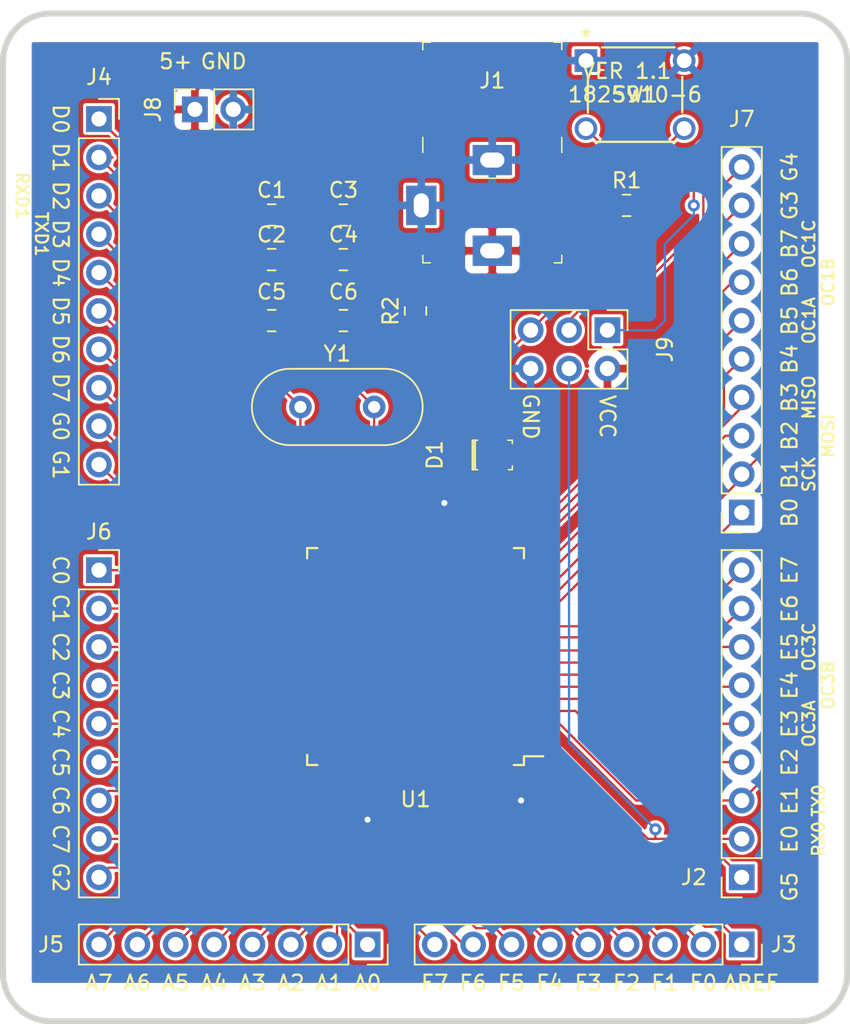
<source format=kicad_pcb>
(kicad_pcb (version 20171130) (host pcbnew "(5.1.6)-1")
  (layers (0 F.Cu signal) (31 B.Cu signal) (34 B.Paste user) (35 F.Paste user) (36 B.SilkS user) (37 F.SilkS user) (38 B.Mask user) (39 F.Mask user) (44 Edge.Cuts user))
  (net 0 "")
  (net 1 GND)
  (net 2 +5V)
  (net 3 "Net-(J2-Pad9)")
  (net 4 "Net-(J2-Pad8)")
  (net 5 "Net-(J2-Pad7)")
  (net 6 "Net-(J2-Pad6)")
  (net 7 "Net-(J2-Pad5)")
  (net 8 "Net-(J2-Pad4)")
  (net 9 "Net-(J3-Pad8)")
  (net 10 "Net-(J3-Pad7)")
  (net 11 "Net-(J3-Pad6)")
  (net 12 "Net-(J3-Pad5)")
  (net 13 "Net-(J3-Pad4)")
  (net 14 "Net-(J3-Pad3)")
  (net 15 "Net-(J3-Pad2)")
  (net 16 "Net-(J4-Pad8)")
  (net 17 "Net-(J4-Pad7)")
  (net 18 "Net-(J4-Pad6)")
  (net 19 "Net-(J4-Pad5)")
  (net 20 "Net-(J4-Pad4)")
  (net 21 "Net-(J4-Pad3)")
  (net 22 "Net-(J4-Pad2)")
  (net 23 "Net-(J4-Pad1)")
  (net 24 "Net-(J5-Pad8)")
  (net 25 "Net-(J5-Pad7)")
  (net 26 "Net-(J5-Pad6)")
  (net 27 "Net-(J5-Pad5)")
  (net 28 "Net-(J5-Pad4)")
  (net 29 "Net-(J5-Pad3)")
  (net 30 "Net-(J5-Pad2)")
  (net 31 "Net-(J5-Pad1)")
  (net 32 "Net-(J6-Pad8)")
  (net 33 "Net-(J6-Pad7)")
  (net 34 "Net-(J6-Pad6)")
  (net 35 "Net-(J6-Pad5)")
  (net 36 "Net-(J6-Pad4)")
  (net 37 "Net-(J6-Pad3)")
  (net 38 "Net-(J6-Pad2)")
  (net 39 "Net-(J6-Pad1)")
  (net 40 "Net-(J7-Pad8)")
  (net 41 "Net-(J7-Pad7)")
  (net 42 "Net-(J7-Pad6)")
  (net 43 "Net-(J7-Pad5)")
  (net 44 "Net-(J7-Pad4)")
  (net 45 "Net-(J7-Pad3)")
  (net 46 "Net-(J7-Pad1)")
  (net 47 SCK)
  (net 48 "Net-(J3-Pad9)")
  (net 49 PG2)
  (net 50 PG1)
  (net 51 PG0)
  (net 52 PG4)
  (net 53 PG3)
  (net 54 "Net-(J2-Pad1)")
  (net 55 PDO)
  (net 56 PDI)
  (net 57 "Net-(C5-Pad1)")
  (net 58 "Net-(C6-Pad1)")
  (net 59 AREF)
  (net 60 Reset)
  (net 61 "Net-(R1-Pad2)")
  (module footprints:1825910-6 (layer F.Cu) (at 154.94 40.64)
    (fp_text reference SW1 (at -3.25 -2.250001) (layer F.SilkS))
    (fp_text value 1825910-6 (at -3.25 -2.250001) (layer F.SilkS))
    (fp_text user * (at -6.5 -6.011301) (layer F.SilkS))
    (fp_text user * (at -6.5 -6.011301) (layer F.SilkS))
    (pad 2 thru_hole circle (at 0.000001 -4.500001) (size 1.4986 1.4986) (drill 0.9906) (layers *.Cu *.Mask) (net 1 GND))
    (pad 4 thru_hole circle (at 0.000001 0) (size 1.4986 1.4986) (drill 0.9906) (layers *.Cu *.Mask) (net 61 "Net-(R1-Pad2)"))
    (pad 3 thru_hole circle (at -6.500001 0) (size 1.4986 1.4986) (drill 0.9906) (layers *.Cu *.Mask) (net 61 "Net-(R1-Pad2)"))
    (pad 1 thru_hole rect (at -6.500001 -4.500001) (size 1.4986 1.4986) (drill 0.9906) (layers *.Cu *.Mask) (net 1 GND))
  )
  (module Resistor_SMD:R_0805_2012Metric_Pad1.15x1.40mm_HandSolder (layer F.Cu) (at 151.13 45.72)
    (fp_text reference R1 (at 0 -1.65) (layer F.SilkS))
    (fp_text value 330)
    (pad 2 smd roundrect (at 1.025 0) (size 1.15 1.4) (layers F.Cu F.Paste F.Mask) (roundrect_rratio 0.217391) (net 61 "Net-(R1-Pad2)"))
    (pad 1 smd roundrect (at -1.025 0) (size 1.15 1.4) (layers F.Cu F.Paste F.Mask) (roundrect_rratio 0.217391) (net 60 Reset))
  )
  (module Connector_PinHeader_2.54mm:PinHeader_2x03_P2.54mm_Vertical (layer F.Cu) (at 149.86 53.975 270)
    (fp_text reference J9 (at 1.27 -3.81 90) (layer F.SilkS))
    (fp_text value AVR-ISP-6)
    (pad 6 thru_hole oval (at 2.54 5.08 270) (size 1.7 1.7) (drill 1) (layers *.Cu *.Mask) (net 1 GND))
    (pad 5 thru_hole oval (at 0 5.08 270) (size 1.7 1.7) (drill 1) (layers *.Cu *.Mask) (net 60 Reset))
    (pad 4 thru_hole oval (at 2.54 2.54 270) (size 1.7 1.7) (drill 1) (layers *.Cu *.Mask) (net 56 PDI))
    (pad 3 thru_hole oval (at 0 2.54 270) (size 1.7 1.7) (drill 1) (layers *.Cu *.Mask) (net 47 SCK))
    (pad 2 thru_hole oval (at 2.54 0 270) (size 1.7 1.7) (drill 1) (layers *.Cu *.Mask) (net 2 +5V))
    (pad 1 thru_hole rect (at 0 0 270) (size 1.7 1.7) (drill 1) (layers *.Cu *.Mask) (net 55 PDO))
  )
  (module digikey-footprints:Barrel_Jack_5.5mmODx2.1mmID_PJ-102A (layer F.Cu) (at 142.24 45.72)
    (fp_text reference J1 (at 0 -8.255) (layer F.SilkS))
    (fp_text value PJ-102A)
    (pad 2 thru_hole rect (at 0 -3) (size 2.6 2) (drill oval 1.6 1) (layers *.Cu *.Mask) (net 1 GND))
    (pad 1 thru_hole rect (at 0 3) (size 2.6 2) (drill oval 1.6 1) (layers *.Cu *.Mask) (net 2 +5V))
    (pad 3 thru_hole rect (at -4.7 0) (size 2 2.6) (drill oval 1 1.6) (layers *.Cu *.Mask) (net 1 GND))
  )
  (module Package_QFP:TQFP-64_14x14mm_P0.8mm (layer F.Cu) (at 137.16 75.565 180)
    (fp_text reference U1 (at 0 -9.45) (layer F.SilkS))
    (fp_text value ATmega1281-16AU)
    (pad 64 smd rect (at -6 -7.7 270) (size 1.5 0.55) (layers F.Cu F.Paste F.Mask) (net 2 +5V))
    (pad 63 smd rect (at -5.2 -7.7 270) (size 1.5 0.55) (layers F.Cu F.Paste F.Mask) (net 1 GND))
    (pad 62 smd rect (at -4.4 -7.7 270) (size 1.5 0.55) (layers F.Cu F.Paste F.Mask) (net 59 AREF))
    (pad 61 smd rect (at -3.6 -7.7 270) (size 1.5 0.55) (layers F.Cu F.Paste F.Mask) (net 15 "Net-(J3-Pad2)"))
    (pad 60 smd rect (at -2.8 -7.7 270) (size 1.5 0.55) (layers F.Cu F.Paste F.Mask) (net 14 "Net-(J3-Pad3)"))
    (pad 59 smd rect (at -2 -7.7 270) (size 1.5 0.55) (layers F.Cu F.Paste F.Mask) (net 13 "Net-(J3-Pad4)"))
    (pad 58 smd rect (at -1.2 -7.7 270) (size 1.5 0.55) (layers F.Cu F.Paste F.Mask) (net 12 "Net-(J3-Pad5)"))
    (pad 57 smd rect (at -0.4 -7.7 270) (size 1.5 0.55) (layers F.Cu F.Paste F.Mask) (net 11 "Net-(J3-Pad6)"))
    (pad 56 smd rect (at 0.4 -7.7 270) (size 1.5 0.55) (layers F.Cu F.Paste F.Mask) (net 10 "Net-(J3-Pad7)"))
    (pad 55 smd rect (at 1.2 -7.7 270) (size 1.5 0.55) (layers F.Cu F.Paste F.Mask) (net 9 "Net-(J3-Pad8)"))
    (pad 54 smd rect (at 2 -7.7 270) (size 1.5 0.55) (layers F.Cu F.Paste F.Mask) (net 48 "Net-(J3-Pad9)"))
    (pad 53 smd rect (at 2.8 -7.7 270) (size 1.5 0.55) (layers F.Cu F.Paste F.Mask) (net 1 GND))
    (pad 52 smd rect (at 3.6 -7.7 270) (size 1.5 0.55) (layers F.Cu F.Paste F.Mask) (net 2 +5V))
    (pad 51 smd rect (at 4.4 -7.7 270) (size 1.5 0.55) (layers F.Cu F.Paste F.Mask) (net 31 "Net-(J5-Pad1)"))
    (pad 50 smd rect (at 5.2 -7.7 270) (size 1.5 0.55) (layers F.Cu F.Paste F.Mask) (net 30 "Net-(J5-Pad2)"))
    (pad 49 smd rect (at 6 -7.7 270) (size 1.5 0.55) (layers F.Cu F.Paste F.Mask) (net 29 "Net-(J5-Pad3)"))
    (pad 48 smd rect (at 7.7 -6 180) (size 1.5 0.55) (layers F.Cu F.Paste F.Mask) (net 28 "Net-(J5-Pad4)"))
    (pad 47 smd rect (at 7.7 -5.2 180) (size 1.5 0.55) (layers F.Cu F.Paste F.Mask) (net 27 "Net-(J5-Pad5)"))
    (pad 46 smd rect (at 7.7 -4.4 180) (size 1.5 0.55) (layers F.Cu F.Paste F.Mask) (net 26 "Net-(J5-Pad6)"))
    (pad 45 smd rect (at 7.7 -3.6 180) (size 1.5 0.55) (layers F.Cu F.Paste F.Mask) (net 25 "Net-(J5-Pad7)"))
    (pad 44 smd rect (at 7.7 -2.8 180) (size 1.5 0.55) (layers F.Cu F.Paste F.Mask) (net 24 "Net-(J5-Pad8)"))
    (pad 43 smd rect (at 7.7 -2 180) (size 1.5 0.55) (layers F.Cu F.Paste F.Mask) (net 49 PG2))
    (pad 42 smd rect (at 7.7 -1.2 180) (size 1.5 0.55) (layers F.Cu F.Paste F.Mask) (net 32 "Net-(J6-Pad8)"))
    (pad 41 smd rect (at 7.7 -0.4 180) (size 1.5 0.55) (layers F.Cu F.Paste F.Mask) (net 33 "Net-(J6-Pad7)"))
    (pad 40 smd rect (at 7.7 0.4 180) (size 1.5 0.55) (layers F.Cu F.Paste F.Mask) (net 34 "Net-(J6-Pad6)"))
    (pad 39 smd rect (at 7.7 1.2 180) (size 1.5 0.55) (layers F.Cu F.Paste F.Mask) (net 35 "Net-(J6-Pad5)"))
    (pad 38 smd rect (at 7.7 2 180) (size 1.5 0.55) (layers F.Cu F.Paste F.Mask) (net 36 "Net-(J6-Pad4)"))
    (pad 37 smd rect (at 7.7 2.8 180) (size 1.5 0.55) (layers F.Cu F.Paste F.Mask) (net 37 "Net-(J6-Pad3)"))
    (pad 36 smd rect (at 7.7 3.6 180) (size 1.5 0.55) (layers F.Cu F.Paste F.Mask) (net 38 "Net-(J6-Pad2)"))
    (pad 35 smd rect (at 7.7 4.4 180) (size 1.5 0.55) (layers F.Cu F.Paste F.Mask) (net 39 "Net-(J6-Pad1)"))
    (pad 34 smd rect (at 7.7 5.2 180) (size 1.5 0.55) (layers F.Cu F.Paste F.Mask) (net 50 PG1))
    (pad 33 smd rect (at 7.7 6 180) (size 1.5 0.55) (layers F.Cu F.Paste F.Mask) (net 51 PG0))
    (pad 32 smd rect (at 6 7.7 270) (size 1.5 0.55) (layers F.Cu F.Paste F.Mask) (net 16 "Net-(J4-Pad8)"))
    (pad 31 smd rect (at 5.2 7.7 270) (size 1.5 0.55) (layers F.Cu F.Paste F.Mask) (net 17 "Net-(J4-Pad7)"))
    (pad 30 smd rect (at 4.4 7.7 270) (size 1.5 0.55) (layers F.Cu F.Paste F.Mask) (net 18 "Net-(J4-Pad6)"))
    (pad 29 smd rect (at 3.6 7.7 270) (size 1.5 0.55) (layers F.Cu F.Paste F.Mask) (net 19 "Net-(J4-Pad5)"))
    (pad 28 smd rect (at 2.8 7.7 270) (size 1.5 0.55) (layers F.Cu F.Paste F.Mask) (net 20 "Net-(J4-Pad4)"))
    (pad 27 smd rect (at 2 7.7 270) (size 1.5 0.55) (layers F.Cu F.Paste F.Mask) (net 21 "Net-(J4-Pad3)"))
    (pad 26 smd rect (at 1.2 7.7 270) (size 1.5 0.55) (layers F.Cu F.Paste F.Mask) (net 22 "Net-(J4-Pad2)"))
    (pad 25 smd rect (at 0.4 7.7 270) (size 1.5 0.55) (layers F.Cu F.Paste F.Mask) (net 23 "Net-(J4-Pad1)"))
    (pad 24 smd rect (at -0.4 7.7 270) (size 1.5 0.55) (layers F.Cu F.Paste F.Mask) (net 57 "Net-(C5-Pad1)"))
    (pad 23 smd rect (at -1.2 7.7 270) (size 1.5 0.55) (layers F.Cu F.Paste F.Mask) (net 58 "Net-(C6-Pad1)"))
    (pad 22 smd rect (at -2 7.7 270) (size 1.5 0.55) (layers F.Cu F.Paste F.Mask) (net 1 GND))
    (pad 21 smd rect (at -2.8 7.7 270) (size 1.5 0.55) (layers F.Cu F.Paste F.Mask) (net 2 +5V))
    (pad 20 smd rect (at -3.6 7.7 270) (size 1.5 0.55) (layers F.Cu F.Paste F.Mask) (net 60 Reset))
    (pad 19 smd rect (at -4.4 7.7 270) (size 1.5 0.55) (layers F.Cu F.Paste F.Mask) (net 52 PG4))
    (pad 18 smd rect (at -5.2 7.7 270) (size 1.5 0.55) (layers F.Cu F.Paste F.Mask) (net 53 PG3))
    (pad 17 smd rect (at -6 7.7 270) (size 1.5 0.55) (layers F.Cu F.Paste F.Mask) (net 40 "Net-(J7-Pad8)"))
    (pad 16 smd rect (at -7.7 6 180) (size 1.5 0.55) (layers F.Cu F.Paste F.Mask) (net 41 "Net-(J7-Pad7)"))
    (pad 15 smd rect (at -7.7 5.2 180) (size 1.5 0.55) (layers F.Cu F.Paste F.Mask) (net 42 "Net-(J7-Pad6)"))
    (pad 14 smd rect (at -7.7 4.4 180) (size 1.5 0.55) (layers F.Cu F.Paste F.Mask) (net 43 "Net-(J7-Pad5)"))
    (pad 13 smd rect (at -7.7 3.6 180) (size 1.5 0.55) (layers F.Cu F.Paste F.Mask) (net 44 "Net-(J7-Pad4)"))
    (pad 12 smd rect (at -7.7 2.8 180) (size 1.5 0.55) (layers F.Cu F.Paste F.Mask) (net 45 "Net-(J7-Pad3)"))
    (pad 11 smd rect (at -7.7 2 180) (size 1.5 0.55) (layers F.Cu F.Paste F.Mask) (net 47 SCK))
    (pad 10 smd rect (at -7.7 1.2 180) (size 1.5 0.55) (layers F.Cu F.Paste F.Mask) (net 46 "Net-(J7-Pad1)"))
    (pad 9 smd rect (at -7.7 0.4 180) (size 1.5 0.55) (layers F.Cu F.Paste F.Mask) (net 3 "Net-(J2-Pad9)"))
    (pad 8 smd rect (at -7.7 -0.4 180) (size 1.5 0.55) (layers F.Cu F.Paste F.Mask) (net 4 "Net-(J2-Pad8)"))
    (pad 7 smd rect (at -7.7 -1.2 180) (size 1.5 0.55) (layers F.Cu F.Paste F.Mask) (net 5 "Net-(J2-Pad7)"))
    (pad 6 smd rect (at -7.7 -2 180) (size 1.5 0.55) (layers F.Cu F.Paste F.Mask) (net 6 "Net-(J2-Pad6)"))
    (pad 5 smd rect (at -7.7 -2.8 180) (size 1.5 0.55) (layers F.Cu F.Paste F.Mask) (net 7 "Net-(J2-Pad5)"))
    (pad 4 smd rect (at -7.7 -3.6 180) (size 1.5 0.55) (layers F.Cu F.Paste F.Mask) (net 8 "Net-(J2-Pad4)"))
    (pad 3 smd rect (at -7.7 -4.4 180) (size 1.5 0.55) (layers F.Cu F.Paste F.Mask) (net 55 PDO))
    (pad 2 smd rect (at -7.7 -5.2 180) (size 1.5 0.55) (layers F.Cu F.Paste F.Mask) (net 56 PDI))
    (pad 1 smd rect (at -7.7 -6 180) (size 1.5 0.55) (layers F.Cu F.Paste F.Mask) (net 54 "Net-(J2-Pad1)"))
  )
  (module Crystal:Crystal_HC49-U_Vertical (layer F.Cu) (at 129.54 59.055)
    (fp_text reference Y1 (at 2.44 -3.525) (layer F.SilkS))
    (fp_text value Crystal)
    (pad 2 thru_hole circle (at 4.88 0) (size 1.5 1.5) (drill 0.8) (layers *.Cu *.Mask) (net 58 "Net-(C6-Pad1)"))
    (pad 1 thru_hole circle (at 0 0) (size 1.5 1.5) (drill 0.8) (layers *.Cu *.Mask) (net 57 "Net-(C5-Pad1)"))
  )
  (module Capacitor_SMD:C_0805_2012Metric_Pad1.15x1.40mm_HandSolder (layer F.Cu) (at 132.385 53.34 180)
    (fp_text reference C6 (at 0 1.905) (layer F.SilkS))
    (fp_text value 20p)
    (pad 2 smd roundrect (at 1.025 0 180) (size 1.15 1.4) (layers F.Cu F.Paste F.Mask) (roundrect_rratio 0.217391) (net 1 GND))
    (pad 1 smd roundrect (at -1.025 0 180) (size 1.15 1.4) (layers F.Cu F.Paste F.Mask) (roundrect_rratio 0.217391) (net 58 "Net-(C6-Pad1)"))
  )
  (module Capacitor_SMD:C_0805_2012Metric_Pad1.15x1.40mm_HandSolder (layer F.Cu) (at 127.635 53.34)
    (fp_text reference C5 (at 0 -1.905) (layer F.SilkS))
    (fp_text value 20p)
    (pad 2 smd roundrect (at 1.025 0) (size 1.15 1.4) (layers F.Cu F.Paste F.Mask) (roundrect_rratio 0.217391) (net 1 GND))
    (pad 1 smd roundrect (at -1.025 0) (size 1.15 1.4) (layers F.Cu F.Paste F.Mask) (roundrect_rratio 0.217391) (net 57 "Net-(C5-Pad1)"))
  )
  (module Capacitor_SMD:C_0805_2012Metric_Pad1.15x1.40mm_HandSolder (layer F.Cu) (at 132.385 49.305)
    (fp_text reference C4 (at 0 -1.65) (layer F.SilkS))
    (fp_text value 100n)
    (pad 2 smd roundrect (at 1.025 0) (size 1.15 1.4) (layers F.Cu F.Paste F.Mask) (roundrect_rratio 0.217391) (net 1 GND))
    (pad 1 smd roundrect (at -1.025 0) (size 1.15 1.4) (layers F.Cu F.Paste F.Mask) (roundrect_rratio 0.217391) (net 2 +5V))
  )
  (module Capacitor_SMD:C_0805_2012Metric_Pad1.15x1.40mm_HandSolder (layer F.Cu) (at 132.385 46.355)
    (fp_text reference C3 (at 0 -1.65) (layer F.SilkS))
    (fp_text value 100n)
    (pad 2 smd roundrect (at 1.025 0) (size 1.15 1.4) (layers F.Cu F.Paste F.Mask) (roundrect_rratio 0.217391) (net 1 GND))
    (pad 1 smd roundrect (at -1.025 0) (size 1.15 1.4) (layers F.Cu F.Paste F.Mask) (roundrect_rratio 0.217391) (net 2 +5V))
  )
  (module Capacitor_SMD:C_0805_2012Metric_Pad1.15x1.40mm_HandSolder (layer F.Cu) (at 127.635 49.305)
    (fp_text reference C2 (at 0 -1.65) (layer F.SilkS))
    (fp_text value 100n)
    (pad 2 smd roundrect (at 1.025 0) (size 1.15 1.4) (layers F.Cu F.Paste F.Mask) (roundrect_rratio 0.217391) (net 1 GND))
    (pad 1 smd roundrect (at -1.025 0) (size 1.15 1.4) (layers F.Cu F.Paste F.Mask) (roundrect_rratio 0.217391) (net 2 +5V))
  )
  (module Capacitor_SMD:C_0805_2012Metric_Pad1.15x1.40mm_HandSolder (layer F.Cu) (at 127.635 46.355)
    (fp_text reference C1 (at 0 -1.65) (layer F.SilkS))
    (fp_text value 100n)
    (pad 2 smd roundrect (at 1.025 0) (size 1.15 1.4) (layers F.Cu F.Paste F.Mask) (roundrect_rratio 0.217391) (net 1 GND))
    (pad 1 smd roundrect (at -1.025 0) (size 1.15 1.4) (layers F.Cu F.Paste F.Mask) (roundrect_rratio 0.217391) (net 2 +5V))
  )
  (module Connector_PinSocket_2.54mm:PinSocket_1x02_P2.54mm_Vertical (layer F.Cu) (at 122.555 39.37 90)
    (fp_text reference J8 (at 0 -2.77 90) (layer F.SilkS))
    (fp_text value Conn_01x02_Male)
    (pad 2 thru_hole oval (at 0 2.54 90) (size 1.7 1.7) (drill 1) (layers *.Cu *.Mask) (net 1 GND))
    (pad 1 thru_hole rect (at 0 0 90) (size 1.7 1.7) (drill 1) (layers *.Cu *.Mask) (net 2 +5V))
  )
  (module digikey-footprints:SOD-123 (layer F.Cu) (at 142.24 62.23)
    (fp_text reference D1 (at -3.81 0 -90) (layer F.SilkS))
    (fp_text value 1N5819HW-7-F)
    (pad A smd rect (at 1.575 0) (size 0.9 0.95) (layers F.Cu F.Paste F.Mask) (net 60 Reset))
    (pad K smd rect (at -1.575 0) (size 0.9 0.95) (layers F.Cu F.Paste F.Mask) (net 2 +5V))
  )
  (module Resistor_SMD:R_0805_2012Metric_Pad1.15x1.40mm_HandSolder (layer F.Cu) (at 137.16 52.705 90)
    (fp_text reference R2 (at 0 -1.65 90) (layer F.SilkS))
    (fp_text value 10k)
    (pad 2 smd roundrect (at 1.025 0 90) (size 1.15 1.4) (layers F.Cu F.Paste F.Mask) (roundrect_rratio 0.217391) (net 2 +5V))
    (pad 1 smd roundrect (at -1.025 0 90) (size 1.15 1.4) (layers F.Cu F.Paste F.Mask) (roundrect_rratio 0.217391) (net 60 Reset))
  )
  (module Connector_PinSocket_2.54mm:PinSocket_1x10_P2.54mm_Vertical (layer F.Cu) (at 158.75 66.04 180)
    (fp_text reference J7 (at 0 26.035 180) (layer F.SilkS))
    (fp_text value Conn_01x10_Male)
    (pad 10 thru_hole oval (at 0 22.86 180) (size 1.7 1.7) (drill 1) (layers *.Cu *.Mask) (net 52 PG4))
    (pad 9 thru_hole oval (at 0 20.32 180) (size 1.7 1.7) (drill 1) (layers *.Cu *.Mask) (net 53 PG3))
    (pad 8 thru_hole oval (at 0 17.78 180) (size 1.7 1.7) (drill 1) (layers *.Cu *.Mask) (net 40 "Net-(J7-Pad8)"))
    (pad 7 thru_hole oval (at 0 15.24 180) (size 1.7 1.7) (drill 1) (layers *.Cu *.Mask) (net 41 "Net-(J7-Pad7)"))
    (pad 6 thru_hole oval (at 0 12.7 180) (size 1.7 1.7) (drill 1) (layers *.Cu *.Mask) (net 42 "Net-(J7-Pad6)"))
    (pad 5 thru_hole oval (at 0 10.16 180) (size 1.7 1.7) (drill 1) (layers *.Cu *.Mask) (net 43 "Net-(J7-Pad5)"))
    (pad 4 thru_hole oval (at 0 7.62 180) (size 1.7 1.7) (drill 1) (layers *.Cu *.Mask) (net 44 "Net-(J7-Pad4)"))
    (pad 3 thru_hole oval (at 0 5.08 180) (size 1.7 1.7) (drill 1) (layers *.Cu *.Mask) (net 45 "Net-(J7-Pad3)"))
    (pad 2 thru_hole oval (at 0 2.54 180) (size 1.7 1.7) (drill 1) (layers *.Cu *.Mask) (net 47 SCK))
    (pad 1 thru_hole rect (at 0 0 180) (size 1.7 1.7) (drill 1) (layers *.Cu *.Mask) (net 46 "Net-(J7-Pad1)"))
  )
  (module Connector_PinSocket_2.54mm:PinSocket_1x09_P2.54mm_Vertical (layer F.Cu) (at 116.205 69.85)
    (fp_text reference J6 (at 0 -2.54) (layer F.SilkS))
    (fp_text value Conn_01x09_Male)
    (pad 9 thru_hole oval (at 0 20.32) (size 1.7 1.7) (drill 1) (layers *.Cu *.Mask) (net 49 PG2))
    (pad 8 thru_hole oval (at 0 17.78) (size 1.7 1.7) (drill 1) (layers *.Cu *.Mask) (net 32 "Net-(J6-Pad8)"))
    (pad 7 thru_hole oval (at 0 15.24) (size 1.7 1.7) (drill 1) (layers *.Cu *.Mask) (net 33 "Net-(J6-Pad7)"))
    (pad 6 thru_hole oval (at 0 12.7) (size 1.7 1.7) (drill 1) (layers *.Cu *.Mask) (net 34 "Net-(J6-Pad6)"))
    (pad 5 thru_hole oval (at 0 10.16) (size 1.7 1.7) (drill 1) (layers *.Cu *.Mask) (net 35 "Net-(J6-Pad5)"))
    (pad 4 thru_hole oval (at 0 7.62) (size 1.7 1.7) (drill 1) (layers *.Cu *.Mask) (net 36 "Net-(J6-Pad4)"))
    (pad 3 thru_hole oval (at 0 5.08) (size 1.7 1.7) (drill 1) (layers *.Cu *.Mask) (net 37 "Net-(J6-Pad3)"))
    (pad 2 thru_hole oval (at 0 2.54) (size 1.7 1.7) (drill 1) (layers *.Cu *.Mask) (net 38 "Net-(J6-Pad2)"))
    (pad 1 thru_hole rect (at 0 0) (size 1.7 1.7) (drill 1) (layers *.Cu *.Mask) (net 39 "Net-(J6-Pad1)"))
  )
  (module Connector_PinSocket_2.54mm:PinSocket_1x08_P2.54mm_Vertical (layer F.Cu) (at 133.985 94.615 270)
    (fp_text reference J5 (at 0 20.955) (layer F.SilkS))
    (fp_text value Conn_01x08_Male)
    (pad 8 thru_hole oval (at 0 17.78 270) (size 1.7 1.7) (drill 1) (layers *.Cu *.Mask) (net 24 "Net-(J5-Pad8)"))
    (pad 7 thru_hole oval (at 0 15.24 270) (size 1.7 1.7) (drill 1) (layers *.Cu *.Mask) (net 25 "Net-(J5-Pad7)"))
    (pad 6 thru_hole oval (at 0 12.7 270) (size 1.7 1.7) (drill 1) (layers *.Cu *.Mask) (net 26 "Net-(J5-Pad6)"))
    (pad 5 thru_hole oval (at 0 10.16 270) (size 1.7 1.7) (drill 1) (layers *.Cu *.Mask) (net 27 "Net-(J5-Pad5)"))
    (pad 4 thru_hole oval (at 0 7.62 270) (size 1.7 1.7) (drill 1) (layers *.Cu *.Mask) (net 28 "Net-(J5-Pad4)"))
    (pad 3 thru_hole oval (at 0 5.08 270) (size 1.7 1.7) (drill 1) (layers *.Cu *.Mask) (net 29 "Net-(J5-Pad3)"))
    (pad 2 thru_hole oval (at 0 2.54 270) (size 1.7 1.7) (drill 1) (layers *.Cu *.Mask) (net 30 "Net-(J5-Pad2)"))
    (pad 1 thru_hole rect (at 0 0 270) (size 1.7 1.7) (drill 1) (layers *.Cu *.Mask) (net 31 "Net-(J5-Pad1)"))
  )
  (module Connector_PinSocket_2.54mm:PinSocket_1x10_P2.54mm_Vertical (layer F.Cu) (at 116.205 40.005)
    (fp_text reference J4 (at 0 -2.77) (layer F.SilkS))
    (fp_text value Conn_01x10_Male)
    (pad 10 thru_hole oval (at 0 22.86) (size 1.7 1.7) (drill 1) (layers *.Cu *.Mask) (net 50 PG1))
    (pad 9 thru_hole oval (at 0 20.32) (size 1.7 1.7) (drill 1) (layers *.Cu *.Mask) (net 51 PG0))
    (pad 8 thru_hole oval (at 0 17.78) (size 1.7 1.7) (drill 1) (layers *.Cu *.Mask) (net 16 "Net-(J4-Pad8)"))
    (pad 7 thru_hole oval (at 0 15.24) (size 1.7 1.7) (drill 1) (layers *.Cu *.Mask) (net 17 "Net-(J4-Pad7)"))
    (pad 6 thru_hole oval (at 0 12.7) (size 1.7 1.7) (drill 1) (layers *.Cu *.Mask) (net 18 "Net-(J4-Pad6)"))
    (pad 5 thru_hole oval (at 0 10.16) (size 1.7 1.7) (drill 1) (layers *.Cu *.Mask) (net 19 "Net-(J4-Pad5)"))
    (pad 4 thru_hole oval (at 0 7.62) (size 1.7 1.7) (drill 1) (layers *.Cu *.Mask) (net 20 "Net-(J4-Pad4)"))
    (pad 3 thru_hole oval (at 0 5.08) (size 1.7 1.7) (drill 1) (layers *.Cu *.Mask) (net 21 "Net-(J4-Pad3)"))
    (pad 2 thru_hole oval (at 0 2.54) (size 1.7 1.7) (drill 1) (layers *.Cu *.Mask) (net 22 "Net-(J4-Pad2)"))
    (pad 1 thru_hole rect (at 0 0) (size 1.7 1.7) (drill 1) (layers *.Cu *.Mask) (net 23 "Net-(J4-Pad1)"))
  )
  (module Connector_PinSocket_2.54mm:PinSocket_1x09_P2.54mm_Vertical (layer F.Cu) (at 158.75 94.615 270)
    (fp_text reference J3 (at 0 -2.77 180) (layer F.SilkS))
    (fp_text value Conn_01x09_Male)
    (pad 9 thru_hole oval (at 0 20.32 270) (size 1.7 1.7) (drill 1) (layers *.Cu *.Mask) (net 48 "Net-(J3-Pad9)"))
    (pad 8 thru_hole oval (at 0 17.78 270) (size 1.7 1.7) (drill 1) (layers *.Cu *.Mask) (net 9 "Net-(J3-Pad8)"))
    (pad 7 thru_hole oval (at 0 15.24 270) (size 1.7 1.7) (drill 1) (layers *.Cu *.Mask) (net 10 "Net-(J3-Pad7)"))
    (pad 6 thru_hole oval (at 0 12.7 270) (size 1.7 1.7) (drill 1) (layers *.Cu *.Mask) (net 11 "Net-(J3-Pad6)"))
    (pad 5 thru_hole oval (at 0 10.16 270) (size 1.7 1.7) (drill 1) (layers *.Cu *.Mask) (net 12 "Net-(J3-Pad5)"))
    (pad 4 thru_hole oval (at 0 7.62 270) (size 1.7 1.7) (drill 1) (layers *.Cu *.Mask) (net 13 "Net-(J3-Pad4)"))
    (pad 3 thru_hole oval (at 0 5.08 270) (size 1.7 1.7) (drill 1) (layers *.Cu *.Mask) (net 14 "Net-(J3-Pad3)"))
    (pad 2 thru_hole oval (at 0 2.54 270) (size 1.7 1.7) (drill 1) (layers *.Cu *.Mask) (net 15 "Net-(J3-Pad2)"))
    (pad 1 thru_hole rect (at 0 0 270) (size 1.7 1.7) (drill 1) (layers *.Cu *.Mask) (net 59 AREF))
  )
  (module Connector_PinSocket_2.54mm:PinSocket_1x09_P2.54mm_Vertical (layer F.Cu) (at 158.75 90.17 180)
    (fp_text reference J2 (at 3.175 0 180) (layer F.SilkS))
    (fp_text value Conn_01x09_Male)
    (pad 9 thru_hole oval (at 0 20.32 180) (size 1.7 1.7) (drill 1) (layers *.Cu *.Mask) (net 3 "Net-(J2-Pad9)"))
    (pad 8 thru_hole oval (at 0 17.78 180) (size 1.7 1.7) (drill 1) (layers *.Cu *.Mask) (net 4 "Net-(J2-Pad8)"))
    (pad 7 thru_hole oval (at 0 15.24 180) (size 1.7 1.7) (drill 1) (layers *.Cu *.Mask) (net 5 "Net-(J2-Pad7)"))
    (pad 6 thru_hole oval (at 0 12.7 180) (size 1.7 1.7) (drill 1) (layers *.Cu *.Mask) (net 6 "Net-(J2-Pad6)"))
    (pad 5 thru_hole oval (at 0 10.16 180) (size 1.7 1.7) (drill 1) (layers *.Cu *.Mask) (net 7 "Net-(J2-Pad5)"))
    (pad 4 thru_hole oval (at 0 7.62 180) (size 1.7 1.7) (drill 1) (layers *.Cu *.Mask) (net 8 "Net-(J2-Pad4)"))
    (pad 3 thru_hole oval (at 0 5.08 180) (size 1.7 1.7) (drill 1) (layers *.Cu *.Mask) (net 55 PDO))
    (pad 2 thru_hole oval (at 0 2.54 180) (size 1.7 1.7) (drill 1) (layers *.Cu *.Mask) (net 56 PDI))
    (pad 1 thru_hole rect (at 0 0 180) (size 1.7 1.7) (drill 1) (layers *.Cu *.Mask) (net 54 "Net-(J2-Pad1)"))
  )
  (gr_text TXD1 (at 112.395 47.625 270) (layer F.SilkS) (effects (font (size 0.8 0.8))))
  (gr_text RXD1 (at 111.125 45.085 270) (layer F.SilkS) (effects (font (size 0.8 0.8))))
  (gr_text OC1C (at 163.195 48.26 90) (layer F.SilkS) (effects (font (size 0.8 0.8))))
  (gr_text OC1B (at 164.465 50.8 90) (layer F.SilkS) (effects (font (size 0.8 0.8))))
  (gr_text OC1A (at 163.195 53.34 90) (layer F.SilkS) (effects (font (size 0.8 0.8))))
  (gr_text OC3C (at 163.195 74.93 90) (layer F.SilkS) (effects (font (size 0.8 0.8))))
  (gr_text OC3B (at 164.465 77.47 90) (layer F.SilkS) (effects (font (size 0.8 0.8))))
  (gr_text OC3A (at 163.195 80.01 90) (layer F.SilkS) (effects (font (size 0.8 0.8))))
  (gr_text MISO (at 163.195 58.42 90) (layer F.SilkS) (effects (font (size 0.8 0.8))))
  (gr_text MOSI (at 164.465 60.96 90) (layer F.SilkS) (effects (font (size 0.8 0.8))))
  (gr_text SCK (at 163.195 63.5 90) (layer F.SilkS) (effects (font (size 0.8 0.8))))
  (gr_text D6 (at 113.665 55.245 270) (layer F.SilkS) (effects (font (size 1 1))))
  (gr_text D5 (at 113.665 52.705 270) (layer F.SilkS) (effects (font (size 1 1))))
  (gr_text D4 (at 113.665 50.165 270) (layer F.SilkS) (effects (font (size 1 1))))
  (gr_text D3 (at 113.665 47.625 270) (layer F.SilkS) (effects (font (size 1 1))))
  (gr_text D2 (at 113.665 45.085 270) (layer F.SilkS) (effects (font (size 1 1))))
  (gr_text D1 (at 113.665 42.545 270) (layer F.SilkS) (effects (font (size 1 1))))
  (gr_text B6 (at 161.925 50.8 90) (layer F.SilkS) (effects (font (size 1 1))))
  (gr_text B5 (at 161.925 53.34 90) (layer F.SilkS) (effects (font (size 1 1))))
  (gr_text B4 (at 161.925 55.88 90) (layer F.SilkS) (effects (font (size 1 1))))
  (gr_text B3 (at 161.925 58.42 90) (layer F.SilkS) (effects (font (size 1 1))))
  (gr_text B2 (at 161.925 60.96 90) (layer F.SilkS) (effects (font (size 1 1))))
  (gr_text B1 (at 161.925 63.5 90) (layer F.SilkS) (effects (font (size 1 1))))
  (gr_text C6 (at 113.665 85.09 270) (layer F.SilkS) (effects (font (size 1 1))))
  (gr_text C5 (at 113.665 82.55 270) (layer F.SilkS) (effects (font (size 1 1))))
  (gr_text C4 (at 113.665 80.01 270) (layer F.SilkS) (effects (font (size 1 1))))
  (gr_text C3 (at 113.665 77.47 270) (layer F.SilkS) (effects (font (size 1 1))))
  (gr_text C2 (at 113.665 74.93 270) (layer F.SilkS) (effects (font (size 1 1))))
  (gr_text C1 (at 113.665 72.39 270) (layer F.SilkS) (effects (font (size 1 1))))
  (gr_text F1 (at 153.67 97.155) (layer F.SilkS) (effects (font (size 1 1))))
  (gr_text F2 (at 151.13 97.155) (layer F.SilkS) (effects (font (size 1 1))))
  (gr_text F3 (at 148.59 97.155) (layer F.SilkS) (effects (font (size 1 1))))
  (gr_text F4 (at 146.05 97.155) (layer F.SilkS) (effects (font (size 1 1))))
  (gr_text F5 (at 143.51 97.155) (layer F.SilkS) (effects (font (size 1 1))))
  (gr_text F6 (at 140.97 97.155) (layer F.SilkS) (effects (font (size 1 1))))
  (gr_text A1 (at 131.445 97.155) (layer F.SilkS) (effects (font (size 1 1))))
  (gr_text A2 (at 128.905 97.155) (layer F.SilkS) (effects (font (size 1 1))))
  (gr_text A3 (at 126.365 97.155) (layer F.SilkS) (effects (font (size 1 1))))
  (gr_text "A4\n" (at 123.825 97.155) (layer F.SilkS) (effects (font (size 1 1))))
  (gr_text A5 (at 121.285 97.155) (layer F.SilkS) (effects (font (size 1 1))))
  (gr_text A6 (at 118.745 97.155) (layer F.SilkS) (effects (font (size 1 1))))
  (gr_text E6 (at 161.925 72.39 90) (layer F.SilkS) (effects (font (size 1 1))))
  (gr_text E5 (at 161.925 74.93 90) (layer F.SilkS) (effects (font (size 1 1))))
  (gr_text "E4\n" (at 161.925 77.47 90) (layer F.SilkS) (effects (font (size 1 1))))
  (gr_text "E3\n" (at 161.925 80.01 90) (layer F.SilkS) (effects (font (size 1 1))))
  (gr_text E2 (at 161.925 82.55 90) (layer F.SilkS) (effects (font (size 1 1))))
  (gr_text E1 (at 161.925 85.09 90) (layer F.SilkS) (effects (font (size 1 1))))
  (gr_text TX0 (at 163.83 85.09 90) (layer F.SilkS) (effects (font (size 0.8 0.8))))
  (gr_text "RX0\n" (at 163.83 87.63 90) (layer F.SilkS) (effects (font (size 0.8 0.8))))
  (gr_text "A0\n" (at 133.985 97.155) (layer F.SilkS) (effects (font (size 1 1))))
  (gr_text "A7\n" (at 116.205 97.155) (layer F.SilkS) (effects (font (size 1 1))))
  (gr_text "GND\n" (at 144.78 59.69 270) (layer F.SilkS) (effects (font (size 1 1))))
  (gr_text "VCC\n" (at 149.86 59.69 270) (layer F.SilkS) (effects (font (size 1 1))))
  (gr_text "VER 1.1\n" (at 151.13 36.83) (layer F.SilkS) (effects (font (size 1 1))))
  (gr_line (start 162.56 33.02) (end 113.03 33.02) (layer Edge.Cuts) (width 0.4))
  (gr_arc (start 162.56 96.52) (end 162.56 99.695) (angle -90) (layer Edge.Cuts) (width 0.4))
  (gr_arc (start 113.03 96.52) (end 109.855 96.52) (angle -90) (layer Edge.Cuts) (width 0.4))
  (gr_arc (start 113.03 36.195) (end 113.03 33.02) (angle -90) (layer Edge.Cuts) (width 0.4))
  (gr_arc (start 162.56 36.195) (end 165.735 36.195) (angle -90) (layer Edge.Cuts) (width 0.4))
  (gr_line (start 113.03 99.695) (end 162.56 99.695) (layer Edge.Cuts) (width 0.4))
  (gr_text "5+\n" (at 121.285 36.195) (layer F.SilkS) (effects (font (size 1 1))))
  (gr_text "GND\n" (at 124.46 36.195) (layer F.SilkS) (effects (font (size 1 1))))
  (gr_line (start 165.735 36.195) (end 165.735 96.52) (layer Edge.Cuts) (width 0.4))
  (gr_line (start 109.855 96.52) (end 109.855 36.195) (layer Edge.Cuts) (width 0.4))
  (gr_text E7 (at 161.925 69.85 90) (layer F.SilkS) (effects (font (size 1 1))))
  (gr_text E0 (at 161.925 87.63 90) (layer F.SilkS) (effects (font (size 1 1))))
  (gr_text G5 (at 161.925 90.805 90) (layer F.SilkS) (effects (font (size 1 1))))
  (gr_text G4 (at 161.925 43.18 90) (layer F.SilkS) (effects (font (size 1 1))))
  (gr_text G3 (at 161.925 45.72 90) (layer F.SilkS) (effects (font (size 1 1))))
  (gr_text B7 (at 161.925 48.26 90) (layer F.SilkS) (effects (font (size 1 1))))
  (gr_text B0 (at 161.925 66.04 90) (layer F.SilkS) (effects (font (size 1 1))))
  (gr_text G1 (at 113.665 62.865 270) (layer F.SilkS) (effects (font (size 1 1))))
  (gr_text G0 (at 113.665 60.325 270) (layer F.SilkS) (effects (font (size 1 1))))
  (gr_text D7 (at 113.665 57.785 270) (layer F.SilkS) (effects (font (size 1 1))))
  (gr_text D0 (at 113.665 40.005 270) (layer F.SilkS) (effects (font (size 1 1))))
  (gr_text "G2\n" (at 113.665 90.17 270) (layer F.SilkS) (effects (font (size 1 1))))
  (gr_text "C7\n" (at 113.665 87.63 270) (layer F.SilkS) (effects (font (size 1 1))))
  (gr_text "C0\n" (at 113.665 69.85 270) (layer F.SilkS) (effects (font (size 1 1))))
  (gr_text "F7\n" (at 138.43 97.155) (layer F.SilkS) (effects (font (size 1 1))))
  (gr_text "F0\n" (at 156.21 97.155) (layer F.SilkS) (effects (font (size 1 1))))
  (gr_text "AREF\n" (at 159.385 97.155) (layer F.SilkS) (effects (font (size 1 1))))
  (via (at 133.985 86.36) (size 0.8) (drill 0.4) (layers F.Cu B.Cu) (net 1))
  (segment (start 134.36 83.265) (end 134.36 85.985) (width 0.1524) (layer F.Cu) (net 1))
  (segment (start 134.36 85.985) (end 133.985 86.36) (width 0.1524) (layer F.Cu) (net 1))
  (via (at 144.145 85.09) (size 0.8) (drill 0.4) (layers F.Cu B.Cu) (net 1))
  (segment (start 143.2826 85.09) (end 144.145 85.09) (width 0.1524) (layer F.Cu) (net 1))
  (segment (start 142.36 83.265) (end 142.36 84.1674) (width 0.1524) (layer F.Cu) (net 1))
  (segment (start 142.36 84.1674) (end 143.2826 85.09) (width 0.1524) (layer F.Cu) (net 1))
  (segment (start 139.16 67.865) (end 139.16 65.5) (width 0.1524) (layer F.Cu) (net 1))
  (via (at 139.065 65.405) (size 0.8) (drill 0.4) (layers F.Cu B.Cu) (net 1))
  (segment (start 139.16 65.5) (end 139.065 65.405) (width 0.1524) (layer F.Cu) (net 1))
  (segment (start 128.66 49.305) (end 128.66 46.355) (width 0.1524) (layer F.Cu) (net 1))
  (segment (start 133.41 46.355) (end 133.41 49.305) (width 0.1524) (layer F.Cu) (net 1))
  (segment (start 128.66 53.34) (end 128.66 50.41) (width 0.1524) (layer F.Cu) (net 1))
  (segment (start 128.66 50.41) (end 128.66 49.305) (width 0.1524) (layer F.Cu) (net 1))
  (segment (start 131.36 53.34) (end 128.66 53.34) (width 0.1524) (layer F.Cu) (net 1))
  (segment (start 131.36 53.34) (end 131.36 52.79) (width 0.1524) (layer F.Cu) (net 1))
  (segment (start 133.41 50.74) (end 133.41 49.305) (width 0.1524) (layer F.Cu) (net 1))
  (segment (start 131.36 52.79) (end 133.41 50.74) (width 0.1524) (layer F.Cu) (net 1))
  (segment (start 128.66 46.355) (end 128.66 44.205) (width 0.1524) (layer F.Cu) (net 1))
  (segment (start 125.095 40.64) (end 125.095 39.37) (width 0.1524) (layer F.Cu) (net 1))
  (segment (start 128.66 44.205) (end 125.095 40.64) (width 0.1524) (layer F.Cu) (net 1))
  (segment (start 126.61 46.355) (end 127 46.355) (width 0.1524) (layer F.Cu) (net 2))
  (segment (start 127 48.915) (end 126.61 49.305) (width 0.1524) (layer F.Cu) (net 2))
  (segment (start 143.16 83.265) (end 143.16 77.12) (width 0.1524) (layer F.Cu) (net 2))
  (segment (start 139.96 73.92) (end 139.96 67.865) (width 0.1524) (layer F.Cu) (net 2))
  (segment (start 143.16 77.12) (end 139.96 73.92) (width 0.1524) (layer F.Cu) (net 2))
  (segment (start 133.56 80.32) (end 139.96 73.92) (width 0.1524) (layer F.Cu) (net 2))
  (segment (start 133.56 83.265) (end 133.56 80.32) (width 0.1524) (layer F.Cu) (net 2))
  (segment (start 144.86 75.165) (end 154.705 75.165) (width 0.1524) (layer F.Cu) (net 3))
  (segment (start 154.705 73.895) (end 158.75 69.85) (width 0.1524) (layer F.Cu) (net 3))
  (segment (start 154.705 75.165) (end 154.705 73.895) (width 0.1524) (layer F.Cu) (net 3))
  (segment (start 144.86 75.965) (end 155.175 75.965) (width 0.1524) (layer F.Cu) (net 4))
  (segment (start 155.575 75.565) (end 158.75 72.39) (width 0.1524) (layer F.Cu) (net 4))
  (segment (start 155.175 75.965) (end 155.575 75.565) (width 0.1524) (layer F.Cu) (net 4))
  (segment (start 144.86 76.765) (end 155.505 76.765) (width 0.1524) (layer F.Cu) (net 5))
  (segment (start 157.34 74.93) (end 158.75 74.93) (width 0.1524) (layer F.Cu) (net 5))
  (segment (start 155.505 76.765) (end 157.34 74.93) (width 0.1524) (layer F.Cu) (net 5))
  (segment (start 158.655 77.565) (end 158.75 77.47) (width 0.1524) (layer F.Cu) (net 6))
  (segment (start 144.86 77.565) (end 158.655 77.565) (width 0.1524) (layer F.Cu) (net 6))
  (segment (start 144.86 78.365) (end 148.85 78.365) (width 0.1524) (layer F.Cu) (net 7))
  (segment (start 150.495 80.01) (end 158.75 80.01) (width 0.1524) (layer F.Cu) (net 7))
  (segment (start 148.85 78.365) (end 150.495 80.01) (width 0.1524) (layer F.Cu) (net 7))
  (segment (start 144.86 79.165) (end 147.745 79.165) (width 0.1524) (layer F.Cu) (net 8))
  (segment (start 147.745 79.165) (end 151.13 82.55) (width 0.1524) (layer F.Cu) (net 8))
  (segment (start 151.13 82.55) (end 158.75 82.55) (width 0.1524) (layer F.Cu) (net 8))
  (segment (start 135.96 83.265) (end 135.96 90.24) (width 0.1524) (layer F.Cu) (net 9))
  (segment (start 140.335 94.615) (end 140.97 94.615) (width 0.1524) (layer F.Cu) (net 9))
  (segment (start 135.96 90.24) (end 140.335 94.615) (width 0.1524) (layer F.Cu) (net 9))
  (segment (start 142.431399 93.536399) (end 141.161399 93.536399) (width 0.1524) (layer F.Cu) (net 10))
  (segment (start 143.51 94.615) (end 142.431399 93.536399) (width 0.1524) (layer F.Cu) (net 10))
  (segment (start 136.76 89.135) (end 136.76 83.265) (width 0.1524) (layer F.Cu) (net 10))
  (segment (start 141.161399 93.536399) (end 136.76 89.135) (width 0.1524) (layer F.Cu) (net 10))
  (segment (start 137.56 83.265) (end 137.56 88.665) (width 0.1524) (layer F.Cu) (net 11))
  (segment (start 141.40998 89.97498) (end 146.05 94.615) (width 0.1524) (layer F.Cu) (net 11))
  (segment (start 138.86998 89.97498) (end 141.40998 89.97498) (width 0.1524) (layer F.Cu) (net 11))
  (segment (start 137.56 88.665) (end 138.86998 89.97498) (width 0.1524) (layer F.Cu) (net 11))
  (segment (start 138.36 83.265) (end 138.36 88.195) (width 0.1524) (layer F.Cu) (net 12))
  (segment (start 139.68997 89.52497) (end 142.22997 89.52497) (width 0.1524) (layer F.Cu) (net 12))
  (segment (start 138.36 88.195) (end 139.68997 89.52497) (width 0.1524) (layer F.Cu) (net 12))
  (segment (start 143.51 89.535) (end 148.59 94.615) (width 0.1524) (layer F.Cu) (net 12))
  (segment (start 142.24 89.535) (end 143.51 89.535) (width 0.1524) (layer F.Cu) (net 12))
  (segment (start 142.22997 89.52497) (end 142.24 89.535) (width 0.1524) (layer F.Cu) (net 12))
  (segment (start 139.16 83.265) (end 139.16 87.725) (width 0.1524) (layer F.Cu) (net 13))
  (segment (start 139.16 87.725) (end 140.335 88.9) (width 0.1524) (layer F.Cu) (net 13))
  (segment (start 145.415 88.9) (end 151.13 94.615) (width 0.1524) (layer F.Cu) (net 13))
  (segment (start 140.335 88.9) (end 145.415 88.9) (width 0.1524) (layer F.Cu) (net 13))
  (segment (start 139.96 83.265) (end 139.96 87.88859) (width 0.1524) (layer F.Cu) (net 14))
  (segment (start 139.96 87.88859) (end 140.33641 88.265) (width 0.1524) (layer F.Cu) (net 14))
  (segment (start 147.32 88.265) (end 153.67 94.615) (width 0.1524) (layer F.Cu) (net 14))
  (segment (start 140.33641 88.265) (end 147.32 88.265) (width 0.1524) (layer F.Cu) (net 14))
  (segment (start 140.76 83.265) (end 140.76 87.42) (width 0.1524) (layer F.Cu) (net 15))
  (segment (start 140.76 87.42) (end 140.97 87.63) (width 0.1524) (layer F.Cu) (net 15))
  (segment (start 149.225 87.63) (end 156.21 94.615) (width 0.1524) (layer F.Cu) (net 15))
  (segment (start 140.97 87.63) (end 149.225 87.63) (width 0.1524) (layer F.Cu) (net 15))
  (segment (start 131.16 67.865) (end 124.38 67.865) (width 0.1524) (layer F.Cu) (net 16))
  (segment (start 124.38 67.865) (end 118.745 62.23) (width 0.1524) (layer F.Cu) (net 16))
  (segment (start 118.745 60.325) (end 116.205 57.785) (width 0.1524) (layer F.Cu) (net 16))
  (segment (start 118.745 62.23) (end 118.745 60.325) (width 0.1524) (layer F.Cu) (net 16))
  (segment (start 119.38 58.42) (end 116.205 55.245) (width 0.1524) (layer F.Cu) (net 17))
  (segment (start 131.96 67.865) (end 131.96 67.054998) (width 0.1524) (layer F.Cu) (net 17))
  (segment (start 131.96 67.054998) (end 131.580002 66.675) (width 0.1524) (layer F.Cu) (net 17))
  (segment (start 131.580002 66.675) (end 124.46 66.675) (width 0.1524) (layer F.Cu) (net 17))
  (segment (start 124.46 66.675) (end 119.38 61.595) (width 0.1524) (layer F.Cu) (net 17))
  (segment (start 119.38 61.595) (end 119.38 58.42) (width 0.1524) (layer F.Cu) (net 17))
  (segment (start 131.935 66.04) (end 124.46141 66.04) (width 0.1524) (layer F.Cu) (net 18))
  (segment (start 132.76 67.865) (end 132.76 66.865) (width 0.1524) (layer F.Cu) (net 18))
  (segment (start 132.76 66.865) (end 131.935 66.04) (width 0.1524) (layer F.Cu) (net 18))
  (segment (start 124.46141 66.04) (end 120.015 61.59359) (width 0.1524) (layer F.Cu) (net 18))
  (segment (start 120.015 61.59359) (end 120.015 56.515) (width 0.1524) (layer F.Cu) (net 18))
  (segment (start 120.015 56.515) (end 116.205 52.705) (width 0.1524) (layer F.Cu) (net 18))
  (segment (start 132.1 65.405) (end 124.46282 65.405) (width 0.1524) (layer F.Cu) (net 19))
  (segment (start 133.56 67.865) (end 133.56 66.865) (width 0.1524) (layer F.Cu) (net 19))
  (segment (start 133.56 66.865) (end 132.1 65.405) (width 0.1524) (layer F.Cu) (net 19))
  (segment (start 124.46282 65.405) (end 121.92 62.86218) (width 0.1524) (layer F.Cu) (net 19))
  (segment (start 121.92 55.88) (end 116.205 50.165) (width 0.1524) (layer F.Cu) (net 19))
  (segment (start 121.92 62.86218) (end 121.92 55.88) (width 0.1524) (layer F.Cu) (net 19))
  (segment (start 134.36 66.865) (end 132.265 64.77) (width 0.1524) (layer F.Cu) (net 20))
  (segment (start 134.36 67.865) (end 134.36 66.865) (width 0.1524) (layer F.Cu) (net 20))
  (segment (start 132.265 64.77) (end 124.46423 64.77) (width 0.1524) (layer F.Cu) (net 20))
  (segment (start 124.46423 64.77) (end 122.555 62.86077) (width 0.1524) (layer F.Cu) (net 20))
  (segment (start 122.555 53.975) (end 116.205 47.625) (width 0.1524) (layer F.Cu) (net 20))
  (segment (start 122.555 62.86077) (end 122.555 53.975) (width 0.1524) (layer F.Cu) (net 20))
  (segment (start 123.19 52.07) (end 116.205 45.085) (width 0.1524) (layer F.Cu) (net 21))
  (segment (start 135.16 66.865) (end 132.43 64.135) (width 0.1524) (layer F.Cu) (net 21))
  (segment (start 135.16 67.865) (end 135.16 66.865) (width 0.1524) (layer F.Cu) (net 21))
  (segment (start 132.43 64.135) (end 124.46564 64.135) (width 0.1524) (layer F.Cu) (net 21))
  (segment (start 124.46564 64.135) (end 123.19 62.85936) (width 0.1524) (layer F.Cu) (net 21))
  (segment (start 123.19 62.85936) (end 123.19 52.07) (width 0.1524) (layer F.Cu) (net 21))
  (segment (start 117.10502 42.545) (end 116.205 42.545) (width 0.1524) (layer F.Cu) (net 22))
  (segment (start 135.96 66.865) (end 132.595 63.5) (width 0.1524) (layer F.Cu) (net 22))
  (segment (start 123.825 50.165) (end 116.205 42.545) (width 0.1524) (layer F.Cu) (net 22))
  (segment (start 135.96 67.865) (end 135.96 66.865) (width 0.1524) (layer F.Cu) (net 22))
  (segment (start 124.46705 63.5) (end 123.825 62.85795) (width 0.1524) (layer F.Cu) (net 22))
  (segment (start 132.595 63.5) (end 124.46705 63.5) (width 0.1524) (layer F.Cu) (net 22))
  (segment (start 123.825 62.85795) (end 123.825 50.165) (width 0.1524) (layer F.Cu) (net 22))
  (segment (start 132.76 62.865) (end 124.46846 62.865) (width 0.1524) (layer F.Cu) (net 23))
  (segment (start 136.76 67.865) (end 136.76 66.865) (width 0.1524) (layer F.Cu) (net 23))
  (segment (start 136.76 66.865) (end 132.76 62.865) (width 0.1524) (layer F.Cu) (net 23))
  (segment (start 124.46846 62.865) (end 124.46 62.85654) (width 0.1524) (layer F.Cu) (net 23))
  (segment (start 124.46 62.85654) (end 124.46 50.165) (width 0.1524) (layer F.Cu) (net 23))
  (segment (start 124.27501 48.07501) (end 116.205 40.005) (width 0.1524) (layer F.Cu) (net 23))
  (segment (start 124.27501 49.98001) (end 124.27501 48.07501) (width 0.1524) (layer F.Cu) (net 23))
  (segment (start 124.46 50.165) (end 124.27501 49.98001) (width 0.1524) (layer F.Cu) (net 23))
  (segment (start 126.03481 80.544124) (end 126.03481 86.69019) (width 0.1524) (layer F.Cu) (net 24))
  (segment (start 129.46 78.365) (end 128.213934 78.365) (width 0.1524) (layer F.Cu) (net 24))
  (segment (start 128.213934 78.365) (end 126.03481 80.544124) (width 0.1524) (layer F.Cu) (net 24))
  (segment (start 126.03481 86.69019) (end 120.65 92.075) (width 0.1524) (layer F.Cu) (net 24))
  (segment (start 118.745 92.075) (end 116.205 94.615) (width 0.1524) (layer F.Cu) (net 24))
  (segment (start 120.65 92.075) (end 118.745 92.075) (width 0.1524) (layer F.Cu) (net 24))
  (segment (start 129.46 79.165) (end 127.845 79.165) (width 0.1524) (layer F.Cu) (net 25))
  (segment (start 127.845 79.165) (end 127 80.01) (width 0.1524) (layer F.Cu) (net 25))
  (segment (start 127 80.01) (end 127 87.63) (width 0.1524) (layer F.Cu) (net 25))
  (segment (start 125.095 88.265) (end 118.745 94.615) (width 0.1524) (layer F.Cu) (net 25))
  (segment (start 126.365 88.265) (end 125.095 88.265) (width 0.1524) (layer F.Cu) (net 25))
  (segment (start 127 87.63) (end 126.365 88.265) (width 0.1524) (layer F.Cu) (net 25))
  (segment (start 127.635 88.265) (end 121.285 94.615) (width 0.1524) (layer F.Cu) (net 26))
  (segment (start 127.635 80.79) (end 127.635 88.265) (width 0.1524) (layer F.Cu) (net 26))
  (segment (start 129.46 79.965) (end 128.46 79.965) (width 0.1524) (layer F.Cu) (net 26))
  (segment (start 128.46 79.965) (end 127.635 80.79) (width 0.1524) (layer F.Cu) (net 26))
  (segment (start 128.649998 80.765) (end 128.27 81.144998) (width 0.1524) (layer F.Cu) (net 27))
  (segment (start 129.46 80.765) (end 128.649998 80.765) (width 0.1524) (layer F.Cu) (net 27))
  (segment (start 128.27 90.17) (end 123.825 94.615) (width 0.1524) (layer F.Cu) (net 27))
  (segment (start 128.27 81.144998) (end 128.27 90.17) (width 0.1524) (layer F.Cu) (net 27))
  (segment (start 129.46 91.52) (end 126.365 94.615) (width 0.1524) (layer F.Cu) (net 28))
  (segment (start 129.46 81.565) (end 129.46 91.52) (width 0.1524) (layer F.Cu) (net 28))
  (segment (start 131.16 92.36) (end 128.905 94.615) (width 0.1524) (layer F.Cu) (net 29))
  (segment (start 131.16 83.265) (end 131.16 92.36) (width 0.1524) (layer F.Cu) (net 29))
  (segment (start 131.96 94.1) (end 131.445 94.615) (width 0.1524) (layer F.Cu) (net 30))
  (segment (start 131.96 83.265) (end 131.96 94.1) (width 0.1524) (layer F.Cu) (net 30))
  (segment (start 132.76 93.39) (end 133.985 94.615) (width 0.1524) (layer F.Cu) (net 31))
  (segment (start 132.76 83.265) (end 132.76 93.39) (width 0.1524) (layer F.Cu) (net 31))
  (segment (start 120.65 87.63) (end 116.205 87.63) (width 0.1524) (layer F.Cu) (net 32))
  (segment (start 125.095 84.455) (end 124.09002 85.45998) (width 0.1524) (layer F.Cu) (net 32))
  (segment (start 122.82002 85.45998) (end 120.65 87.63) (width 0.1524) (layer F.Cu) (net 32))
  (segment (start 129.46 76.765) (end 127.07 76.765) (width 0.1524) (layer F.Cu) (net 32))
  (segment (start 125.095 78.74) (end 125.095 84.455) (width 0.1524) (layer F.Cu) (net 32))
  (segment (start 127.07 76.765) (end 125.095 78.74) (width 0.1524) (layer F.Cu) (net 32))
  (segment (start 124.09002 85.45998) (end 122.82002 85.45998) (width 0.1524) (layer F.Cu) (net 32))
  (segment (start 127.23359 75.965) (end 123.825 79.37359) (width 0.1524) (layer F.Cu) (net 33))
  (segment (start 129.46 75.965) (end 127.23359 75.965) (width 0.1524) (layer F.Cu) (net 33))
  (segment (start 123.825 82.55141) (end 121.92141 84.455) (width 0.1524) (layer F.Cu) (net 33))
  (segment (start 123.825 79.37359) (end 123.825 82.55141) (width 0.1524) (layer F.Cu) (net 33))
  (segment (start 116.84 84.455) (end 116.205 85.09) (width 0.1524) (layer F.Cu) (net 33))
  (segment (start 121.92141 84.455) (end 116.84 84.455) (width 0.1524) (layer F.Cu) (net 33))
  (segment (start 127.39718 75.165) (end 120.015 82.54718) (width 0.1524) (layer F.Cu) (net 34))
  (segment (start 129.46 75.165) (end 127.39718 75.165) (width 0.1524) (layer F.Cu) (net 34))
  (segment (start 116.20782 82.54718) (end 116.205 82.55) (width 0.1524) (layer F.Cu) (net 34))
  (segment (start 120.015 82.54718) (end 116.20782 82.54718) (width 0.1524) (layer F.Cu) (net 34))
  (segment (start 126.29359 74.365) (end 120.65 80.00859) (width 0.1524) (layer F.Cu) (net 35))
  (segment (start 129.46 74.365) (end 126.29359 74.365) (width 0.1524) (layer F.Cu) (net 35))
  (segment (start 116.20641 80.00859) (end 116.205 80.01) (width 0.1524) (layer F.Cu) (net 35))
  (segment (start 120.65 80.00859) (end 116.20641 80.00859) (width 0.1524) (layer F.Cu) (net 35))
  (segment (start 122.55218 77.47) (end 116.205 77.47) (width 0.1524) (layer F.Cu) (net 36))
  (segment (start 129.46 73.565) (end 126.45718 73.565) (width 0.1524) (layer F.Cu) (net 36))
  (segment (start 126.45718 73.565) (end 122.55218 77.47) (width 0.1524) (layer F.Cu) (net 36))
  (segment (start 129.46 72.765) (end 122.815 72.765) (width 0.1524) (layer F.Cu) (net 37))
  (segment (start 120.65 74.93) (end 116.205 74.93) (width 0.1524) (layer F.Cu) (net 37))
  (segment (start 122.815 72.765) (end 120.65 74.93) (width 0.1524) (layer F.Cu) (net 37))
  (segment (start 129.46 71.965) (end 121.075 71.965) (width 0.1524) (layer F.Cu) (net 38))
  (segment (start 120.65 72.39) (end 116.205 72.39) (width 0.1524) (layer F.Cu) (net 38))
  (segment (start 121.075 71.965) (end 120.65 72.39) (width 0.1524) (layer F.Cu) (net 38))
  (segment (start 129.46 71.165) (end 119.425 71.165) (width 0.1524) (layer F.Cu) (net 39))
  (segment (start 118.11 69.85) (end 116.205 69.85) (width 0.1524) (layer F.Cu) (net 39))
  (segment (start 119.425 71.165) (end 118.11 69.85) (width 0.1524) (layer F.Cu) (net 39))
  (segment (start 143.16 67.865) (end 142.960001 67.865) (width 0.1524) (layer F.Cu) (net 40))
  (segment (start 143.77501 67.049991) (end 146.310009 67.049991) (width 0.1524) (layer F.Cu) (net 40))
  (segment (start 142.960001 67.865) (end 143.77501 67.049991) (width 0.1524) (layer F.Cu) (net 40))
  (segment (start 146.310009 67.049991) (end 156.21 57.15) (width 0.1524) (layer F.Cu) (net 40))
  (segment (start 156.21 57.15) (end 156.21 50.8) (width 0.1524) (layer F.Cu) (net 40))
  (segment (start 156.21 50.8) (end 158.75 48.26) (width 0.1524) (layer F.Cu) (net 40))
  (segment (start 144.86 69.565) (end 145.7 69.565) (width 0.1524) (layer F.Cu) (net 41))
  (segment (start 156.674979 58.590021) (end 156.674979 52.240021) (width 0.1524) (layer F.Cu) (net 41))
  (segment (start 145.7 69.565) (end 156.674979 58.590021) (width 0.1524) (layer F.Cu) (net 41))
  (segment (start 158.115 50.8) (end 158.75 50.8) (width 0.1524) (layer F.Cu) (net 41))
  (segment (start 156.674979 52.240021) (end 158.115 50.8) (width 0.1524) (layer F.Cu) (net 41))
  (segment (start 157.124989 58.910013) (end 157.124989 54.965011) (width 0.1524) (layer F.Cu) (net 42))
  (segment (start 157.124989 54.965011) (end 158.75 53.34) (width 0.1524) (layer F.Cu) (net 42))
  (segment (start 145.670002 70.365) (end 157.124989 58.910013) (width 0.1524) (layer F.Cu) (net 42))
  (segment (start 144.86 70.365) (end 145.670002 70.365) (width 0.1524) (layer F.Cu) (net 42))
  (segment (start 157.574999 59.450001) (end 157.574999 57.055001) (width 0.1524) (layer F.Cu) (net 43))
  (segment (start 157.574999 57.055001) (end 158.75 55.88) (width 0.1524) (layer F.Cu) (net 43))
  (segment (start 145.86 71.165) (end 157.574999 59.450001) (width 0.1524) (layer F.Cu) (net 43))
  (segment (start 144.86 71.165) (end 145.86 71.165) (width 0.1524) (layer F.Cu) (net 43))
  (segment (start 158.75 59.075) (end 158.75 58.42) (width 0.1524) (layer F.Cu) (net 44))
  (segment (start 145.86 71.965) (end 158.75 59.075) (width 0.1524) (layer F.Cu) (net 44))
  (segment (start 144.86 71.965) (end 145.86 71.965) (width 0.1524) (layer F.Cu) (net 44))
  (segment (start 145.86 72.765) (end 157.665 60.96) (width 0.1524) (layer F.Cu) (net 45))
  (segment (start 157.665 60.96) (end 158.75 60.96) (width 0.1524) (layer F.Cu) (net 45))
  (segment (start 144.86 72.765) (end 145.86 72.765) (width 0.1524) (layer F.Cu) (net 45))
  (segment (start 145.86 74.365) (end 145.93 74.295) (width 0.1524) (layer F.Cu) (net 46))
  (segment (start 144.86 74.365) (end 145.86 74.365) (width 0.1524) (layer F.Cu) (net 46))
  (segment (start 150.495 74.295) (end 158.75 66.04) (width 0.1524) (layer F.Cu) (net 46))
  (segment (start 145.93 74.295) (end 150.495 74.295) (width 0.1524) (layer F.Cu) (net 46))
  (segment (start 158.75 63.754998) (end 158.75 63.5) (width 0.1524) (layer F.Cu) (net 47))
  (segment (start 148.939998 73.565) (end 158.75 63.754998) (width 0.1524) (layer F.Cu) (net 47))
  (segment (start 144.86 73.565) (end 148.939998 73.565) (width 0.1524) (layer F.Cu) (net 47))
  (segment (start 151.765 51.435) (end 149.225 51.435) (width 0.1524) (layer F.Cu) (net 47))
  (segment (start 156.21 46.99) (end 151.765 51.435) (width 0.1524) (layer F.Cu) (net 47))
  (segment (start 156.21 41.91) (end 156.21 46.99) (width 0.1524) (layer F.Cu) (net 47))
  (segment (start 149.225 51.435) (end 147.32 53.34) (width 0.1524) (layer F.Cu) (net 47))
  (segment (start 160.655 61.595) (end 160.655 41.275) (width 0.1524) (layer F.Cu) (net 47))
  (segment (start 158.75 63.5) (end 160.655 61.595) (width 0.1524) (layer F.Cu) (net 47))
  (segment (start 147.32 53.34) (end 147.32 53.975) (width 0.1524) (layer F.Cu) (net 47))
  (segment (start 160.655 41.275) (end 160.02 40.64) (width 0.1524) (layer F.Cu) (net 47))
  (segment (start 160.02 40.64) (end 157.48 40.64) (width 0.1524) (layer F.Cu) (net 47))
  (segment (start 157.48 40.64) (end 156.21 41.91) (width 0.1524) (layer F.Cu) (net 47))
  (segment (start 135.16 91.345) (end 138.43 94.615) (width 0.1524) (layer F.Cu) (net 48))
  (segment (start 135.16 83.265) (end 135.16 91.345) (width 0.1524) (layer F.Cu) (net 48))
  (segment (start 127.53859 77.565) (end 125.73 79.37359) (width 0.1524) (layer F.Cu) (net 49))
  (segment (start 129.46 77.565) (end 127.53859 77.565) (width 0.1524) (layer F.Cu) (net 49))
  (segment (start 125.73 79.37359) (end 125.73 85.09) (width 0.1524) (layer F.Cu) (net 49))
  (segment (start 124.91001 85.90999) (end 123.64001 85.90999) (width 0.1524) (layer F.Cu) (net 49))
  (segment (start 125.73 85.09) (end 124.91001 85.90999) (width 0.1524) (layer F.Cu) (net 49))
  (segment (start 123.64001 85.90999) (end 120.015 89.535) (width 0.1524) (layer F.Cu) (net 49))
  (segment (start 116.84 89.535) (end 116.205 90.17) (width 0.1524) (layer F.Cu) (net 49))
  (segment (start 120.015 89.535) (end 116.84 89.535) (width 0.1524) (layer F.Cu) (net 49))
  (segment (start 129.46 70.365) (end 123.705 70.365) (width 0.1524) (layer F.Cu) (net 50))
  (segment (start 123.705 70.365) (end 116.205 62.865) (width 0.1524) (layer F.Cu) (net 50))
  (segment (start 129.46 69.565) (end 124.11 69.565) (width 0.1524) (layer F.Cu) (net 51))
  (segment (start 119.315 64.77) (end 119.315 64.705) (width 0.1524) (layer F.Cu) (net 51))
  (segment (start 124.11 69.565) (end 119.315 64.77) (width 0.1524) (layer F.Cu) (net 51))
  (segment (start 119.315 64.705) (end 118.11 63.5) (width 0.1524) (layer F.Cu) (net 51))
  (segment (start 118.11 62.23) (end 116.205 60.325) (width 0.1524) (layer F.Cu) (net 51))
  (segment (start 118.11 63.5) (end 118.11 62.23) (width 0.1524) (layer F.Cu) (net 51))
  (segment (start 158.75 43.18) (end 156.629467 45.300533) (width 0.1524) (layer F.Cu) (net 52))
  (segment (start 156.629467 45.300533) (end 156.629467 47.205533) (width 0.1524) (layer F.Cu) (net 52))
  (segment (start 156.629467 47.205533) (end 155.27019 48.56481) (width 0.1524) (layer F.Cu) (net 52))
  (segment (start 155.27019 48.56481) (end 155.27019 56.81981) (width 0.1524) (layer F.Cu) (net 52))
  (segment (start 155.27019 56.81981) (end 146.05 66.04) (width 0.1524) (layer F.Cu) (net 52))
  (segment (start 141.56 67.228518) (end 141.56 67.865) (width 0.1524) (layer F.Cu) (net 52))
  (segment (start 142.748518 66.04) (end 141.56 67.228518) (width 0.1524) (layer F.Cu) (net 52))
  (segment (start 146.05 66.04) (end 142.748518 66.04) (width 0.1524) (layer F.Cu) (net 52))
  (segment (start 142.509991 66.905007) (end 143.058203 66.356795) (width 0.1524) (layer F.Cu) (net 53))
  (segment (start 143.058203 66.356795) (end 146.366795 66.356795) (width 0.1524) (layer F.Cu) (net 53))
  (segment (start 146.366795 66.356795) (end 155.575 57.14859) (width 0.1524) (layer F.Cu) (net 53))
  (segment (start 155.575 57.14859) (end 155.575 48.895) (width 0.1524) (layer F.Cu) (net 53))
  (segment (start 155.575 48.895) (end 158.75 45.72) (width 0.1524) (layer F.Cu) (net 53))
  (segment (start 142.509991 67.715009) (end 142.36 67.865) (width 0.1524) (layer F.Cu) (net 53))
  (segment (start 142.509991 66.905007) (end 142.509991 67.715009) (width 0.1524) (layer F.Cu) (net 53))
  (segment (start 145.13 81.565) (end 146.685 83.12) (width 0.1524) (layer F.Cu) (net 54))
  (segment (start 144.86 81.565) (end 145.13 81.565) (width 0.1524) (layer F.Cu) (net 54))
  (segment (start 146.685 83.12) (end 146.685 83.185) (width 0.1524) (layer F.Cu) (net 54))
  (segment (start 146.685 83.185) (end 152.4 88.9) (width 0.1524) (layer F.Cu) (net 54))
  (segment (start 157.48 88.9) (end 158.75 90.17) (width 0.1524) (layer F.Cu) (net 54))
  (segment (start 152.4 88.9) (end 157.48 88.9) (width 0.1524) (layer F.Cu) (net 54))
  (segment (start 144.86 79.965) (end 146.64 79.965) (width 0.1524) (layer F.Cu) (net 55))
  (segment (start 151.765 85.09) (end 158.75 85.09) (width 0.1524) (layer F.Cu) (net 55))
  (segment (start 146.64 79.965) (end 151.765 85.09) (width 0.1524) (layer F.Cu) (net 55))
  (segment (start 158.75 85.09) (end 161.29 82.55) (width 0.1524) (layer F.Cu) (net 55))
  (segment (start 161.29 82.55) (end 161.29 40.64) (width 0.1524) (layer F.Cu) (net 55))
  (segment (start 161.29 40.64) (end 160.655 40.005) (width 0.1524) (layer F.Cu) (net 55))
  (segment (start 157.683934 40.005) (end 155.575 42.113934) (width 0.1524) (layer F.Cu) (net 55))
  (segment (start 160.655 40.005) (end 157.683934 40.005) (width 0.1524) (layer F.Cu) (net 55))
  (via (at 155.575 45.72) (size 0.8) (drill 0.4) (layers F.Cu B.Cu) (net 55))
  (segment (start 155.575 42.113934) (end 155.575 45.72) (width 0.1524) (layer F.Cu) (net 55))
  (segment (start 153.67 53.34) (end 153.035 53.975) (width 0.1524) (layer B.Cu) (net 55))
  (segment (start 153.035 53.975) (end 149.86 53.975) (width 0.1524) (layer B.Cu) (net 55))
  (segment (start 153.67 48.26) (end 153.67 53.34) (width 0.1524) (layer B.Cu) (net 55))
  (segment (start 155.575 45.72) (end 155.575 46.355) (width 0.1524) (layer B.Cu) (net 55))
  (segment (start 155.575 46.355) (end 153.67 48.26) (width 0.1524) (layer B.Cu) (net 55))
  (segment (start 145.670002 80.765) (end 152.535002 87.63) (width 0.1524) (layer F.Cu) (net 56))
  (segment (start 144.86 80.765) (end 145.670002 80.765) (width 0.1524) (layer F.Cu) (net 56))
  (segment (start 152.535002 87.63) (end 158.75 87.63) (width 0.1524) (layer F.Cu) (net 56))
  (segment (start 147.32 56.515) (end 147.32 60.325) (width 0.1524) (layer B.Cu) (net 56))
  (via (at 153.035 86.995) (size 0.8) (drill 0.4) (layers F.Cu B.Cu) (net 56))
  (segment (start 147.32 60.325) (end 147.32 81.28) (width 0.1524) (layer B.Cu) (net 56))
  (segment (start 147.32 81.28) (end 153.035 86.995) (width 0.1524) (layer B.Cu) (net 56))
  (segment (start 153.035 86.995) (end 153.035 87.63) (width 0.1524) (layer F.Cu) (net 56))
  (segment (start 126.61 56.125) (end 129.54 59.055) (width 0.1524) (layer F.Cu) (net 57))
  (segment (start 126.61 53.34) (end 126.61 56.125) (width 0.1524) (layer F.Cu) (net 57))
  (segment (start 131.77519 62.56019) (end 132.891672 62.56019) (width 0.1524) (layer F.Cu) (net 57))
  (segment (start 129.54 60.325) (end 131.77519 62.56019) (width 0.1524) (layer F.Cu) (net 57))
  (segment (start 137.56 67.228518) (end 137.56 67.865) (width 0.1524) (layer F.Cu) (net 57))
  (segment (start 132.891672 62.56019) (end 137.56 67.228518) (width 0.1524) (layer F.Cu) (net 57))
  (segment (start 129.54 59.055) (end 129.54 60.325) (width 0.1524) (layer F.Cu) (net 57))
  (segment (start 133.41 58.045) (end 134.42 59.055) (width 0.1524) (layer F.Cu) (net 58))
  (segment (start 133.41 53.34) (end 133.41 58.045) (width 0.1524) (layer F.Cu) (net 58))
  (segment (start 134.42 63.657452) (end 134.42 59.055) (width 0.1524) (layer F.Cu) (net 58))
  (segment (start 138.0724 66.675) (end 137.437548 66.675) (width 0.1524) (layer F.Cu) (net 58))
  (segment (start 138.36 67.865) (end 138.36 66.9626) (width 0.1524) (layer F.Cu) (net 58))
  (segment (start 137.437548 66.675) (end 134.42 63.657452) (width 0.1524) (layer F.Cu) (net 58))
  (segment (start 138.36 66.9626) (end 138.0724 66.675) (width 0.1524) (layer F.Cu) (net 58))
  (segment (start 157.574999 93.439999) (end 158.75 94.615) (width 0.1524) (layer F.Cu) (net 59))
  (segment (start 156.303589 93.439999) (end 157.574999 93.439999) (width 0.1524) (layer F.Cu) (net 59))
  (segment (start 149.85859 86.995) (end 156.303589 93.439999) (width 0.1524) (layer F.Cu) (net 59))
  (segment (start 144.29 86.995) (end 149.85859 86.995) (width 0.1524) (layer F.Cu) (net 59))
  (segment (start 141.56 84.265) (end 144.29 86.995) (width 0.1524) (layer F.Cu) (net 59))
  (segment (start 141.56 83.265) (end 141.56 84.265) (width 0.1524) (layer F.Cu) (net 59))
  (segment (start 140.76 67.865) (end 140.76 66.25) (width 0.1524) (layer F.Cu) (net 60))
  (segment (start 143.815 63.195) (end 143.815 62.23) (width 0.1524) (layer F.Cu) (net 60))
  (segment (start 140.76 66.25) (end 143.815 63.195) (width 0.1524) (layer F.Cu) (net 60))
  (segment (start 143.815 61.925) (end 143.815 62.23) (width 0.1524) (layer F.Cu) (net 60))
  (segment (start 137.16 53.73) (end 137.16 56.515) (width 0.1524) (layer F.Cu) (net 60))
  (segment (start 137.16 56.515) (end 141.605 60.96) (width 0.1524) (layer F.Cu) (net 60))
  (segment (start 142.545 60.96) (end 143.815 62.23) (width 0.1524) (layer F.Cu) (net 60))
  (segment (start 141.605 60.96) (end 142.545 60.96) (width 0.1524) (layer F.Cu) (net 60))
  (segment (start 144.78 53.975) (end 142.24 56.515) (width 0.1524) (layer F.Cu) (net 60))
  (segment (start 142.24 56.515) (end 142.24 60.96) (width 0.1524) (layer F.Cu) (net 60))
  (segment (start 149.86 45.72) (end 150.105 45.72) (width 0.1524) (layer F.Cu) (net 60))
  (segment (start 147.955 47.625) (end 149.86 45.72) (width 0.1524) (layer F.Cu) (net 60))
  (segment (start 144.78 53.975) (end 147.955 50.8) (width 0.1524) (layer F.Cu) (net 60))
  (segment (start 147.955 50.8) (end 147.955 47.625) (width 0.1524) (layer F.Cu) (net 60))
  (segment (start 152.155 43.425001) (end 154.940001 40.64) (width 0.1524) (layer F.Cu) (net 61))
  (segment (start 152.155 45.72) (end 152.155 43.425001) (width 0.1524) (layer F.Cu) (net 61))
  (segment (start 151.225 43.425001) (end 152.155 43.425001) (width 0.1524) (layer F.Cu) (net 61))
  (segment (start 148.439999 40.64) (end 151.225 43.425001) (width 0.1524) (layer F.Cu) (net 61))
  (zone (net 1) (net_name GND) (layer B.Cu) (connect_pads (clearance 0.5)) (min_thickness 0.2) (fill yes (arc_segments 32) (thermal_gap 0.508) (thermal_bridge_width 0.508))
    (polygon (pts (xy 163.83 97.155) (xy 111.76 97.155) (xy 111.76 34.925) (xy 163.83 34.925)))
  )
  (zone (net 2) (net_name +5V) (layer F.Cu) (connect_pads (clearance 0.2)) (min_thickness 0.2) (fill yes (arc_segments 32) (thermal_gap 0.508) (thermal_bridge_width 0.508))
    (polygon (pts (xy 163.83 97.155) (xy 111.76 97.155) (xy 111.76 34.925) (xy 163.83 34.925)))
  )
)
</source>
